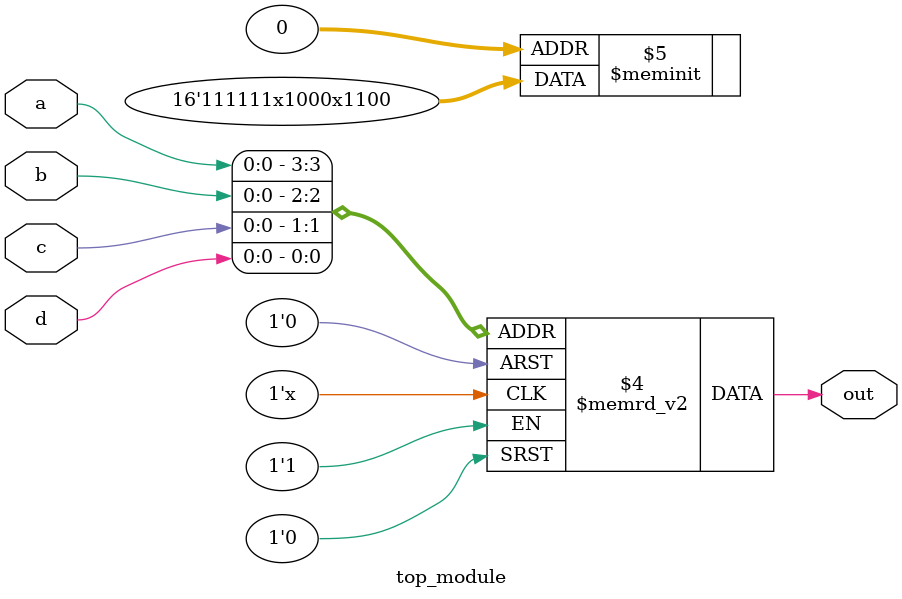
<source format=sv>
module top_module (
    input a,
    input b,
    input c,
    input d,
    output reg out
);

always @(*) begin
    case ({a,b,c,d})
        4'b0000 : out = 1'b0;
        4'b0001 : out = 1'b0;
        4'b0010 : out = 1'b1;
        4'b0011 : out = 1'b1;
        4'b0100 : out = 1'bx;
        4'b0101 : out = 1'b0;
        4'b0110 : out = 1'b0;
        4'b0111 : out = 1'b0;
        4'b1000 : out = 1'b1;
        4'b1001 : out = 1'bx;
        4'b1010 : out = 1'b1;
        4'b1011 : out = 1'b1;
        4'b1100 : out = 1'b1;
        4'b1101 : out = 1'b1;
        4'b1110 : out = 1'b1;
        4'b1111 : out = 1'b1;
        default : out = 1'b0;
    endcase
end

endmodule

</source>
